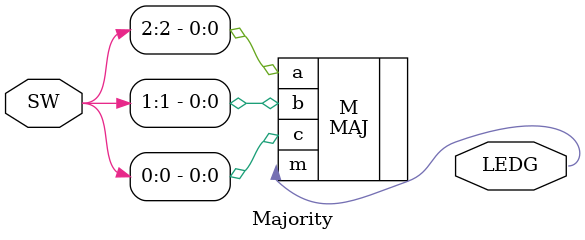
<source format=v>

module Majority(SW, LEDG);
    input [2:0] SW;
    output [0:0] LEDG;
	
    MAJ M(.a(SW[2]), .b(SW[1]), .c(SW[0]), .m(LEDG[0]));

endmodule
</source>
